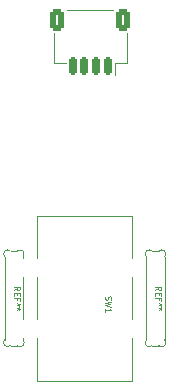
<source format=gbr>
%TF.GenerationSoftware,KiCad,Pcbnew,8.0.2*%
%TF.CreationDate,2024-10-24T00:18:05+02:00*%
%TF.ProjectId,leverBox,6c657665-7242-46f7-982e-6b696361645f,rev?*%
%TF.SameCoordinates,Original*%
%TF.FileFunction,Legend,Top*%
%TF.FilePolarity,Positive*%
%FSLAX46Y46*%
G04 Gerber Fmt 4.6, Leading zero omitted, Abs format (unit mm)*
G04 Created by KiCad (PCBNEW 8.0.2) date 2024-10-24 00:18:05*
%MOMM*%
%LPD*%
G01*
G04 APERTURE LIST*
G04 Aperture macros list*
%AMRoundRect*
0 Rectangle with rounded corners*
0 $1 Rounding radius*
0 $2 $3 $4 $5 $6 $7 $8 $9 X,Y pos of 4 corners*
0 Add a 4 corners polygon primitive as box body*
4,1,4,$2,$3,$4,$5,$6,$7,$8,$9,$2,$3,0*
0 Add four circle primitives for the rounded corners*
1,1,$1+$1,$2,$3*
1,1,$1+$1,$4,$5*
1,1,$1+$1,$6,$7*
1,1,$1+$1,$8,$9*
0 Add four rect primitives between the rounded corners*
20,1,$1+$1,$2,$3,$4,$5,0*
20,1,$1+$1,$4,$5,$6,$7,0*
20,1,$1+$1,$6,$7,$8,$9,0*
20,1,$1+$1,$8,$9,$2,$3,0*%
G04 Aperture macros list end*
%ADD10C,0.075000*%
%ADD11C,0.100000*%
%ADD12C,0.120000*%
%ADD13R,1.500000X1.500000*%
%ADD14RoundRect,0.150000X0.150000X0.625000X-0.150000X0.625000X-0.150000X-0.625000X0.150000X-0.625000X0*%
%ADD15RoundRect,0.250000X0.350000X0.650000X-0.350000X0.650000X-0.350000X-0.650000X0.350000X-0.650000X0*%
%ADD16C,3.200000*%
%ADD17O,1.300000X2.000000*%
G04 APERTURE END LIST*
D10*
X100021490Y-150043333D02*
X100259585Y-149876667D01*
X100021490Y-149757619D02*
X100521490Y-149757619D01*
X100521490Y-149757619D02*
X100521490Y-149948095D01*
X100521490Y-149948095D02*
X100497680Y-149995714D01*
X100497680Y-149995714D02*
X100473871Y-150019524D01*
X100473871Y-150019524D02*
X100426252Y-150043333D01*
X100426252Y-150043333D02*
X100354823Y-150043333D01*
X100354823Y-150043333D02*
X100307204Y-150019524D01*
X100307204Y-150019524D02*
X100283395Y-149995714D01*
X100283395Y-149995714D02*
X100259585Y-149948095D01*
X100259585Y-149948095D02*
X100259585Y-149757619D01*
X100283395Y-150257619D02*
X100283395Y-150424286D01*
X100021490Y-150495714D02*
X100021490Y-150257619D01*
X100021490Y-150257619D02*
X100521490Y-150257619D01*
X100521490Y-150257619D02*
X100521490Y-150495714D01*
X100283395Y-150876667D02*
X100283395Y-150710000D01*
X100021490Y-150710000D02*
X100521490Y-150710000D01*
X100521490Y-150710000D02*
X100521490Y-150948095D01*
X100521490Y-151210000D02*
X100402442Y-151210000D01*
X100450061Y-151090952D02*
X100402442Y-151210000D01*
X100402442Y-151210000D02*
X100450061Y-151329047D01*
X100307204Y-151138571D02*
X100402442Y-151210000D01*
X100402442Y-151210000D02*
X100307204Y-151281428D01*
X100521490Y-151590952D02*
X100402442Y-151590952D01*
X100450061Y-151471904D02*
X100402442Y-151590952D01*
X100402442Y-151590952D02*
X100450061Y-151709999D01*
X100307204Y-151519523D02*
X100402442Y-151590952D01*
X100402442Y-151590952D02*
X100307204Y-151662380D01*
X107796400Y-150543334D02*
X107772590Y-150614762D01*
X107772590Y-150614762D02*
X107772590Y-150733810D01*
X107772590Y-150733810D02*
X107796400Y-150781429D01*
X107796400Y-150781429D02*
X107820209Y-150805238D01*
X107820209Y-150805238D02*
X107867828Y-150829048D01*
X107867828Y-150829048D02*
X107915447Y-150829048D01*
X107915447Y-150829048D02*
X107963066Y-150805238D01*
X107963066Y-150805238D02*
X107986876Y-150781429D01*
X107986876Y-150781429D02*
X108010685Y-150733810D01*
X108010685Y-150733810D02*
X108034495Y-150638572D01*
X108034495Y-150638572D02*
X108058304Y-150590953D01*
X108058304Y-150590953D02*
X108082114Y-150567143D01*
X108082114Y-150567143D02*
X108129733Y-150543334D01*
X108129733Y-150543334D02*
X108177352Y-150543334D01*
X108177352Y-150543334D02*
X108224971Y-150567143D01*
X108224971Y-150567143D02*
X108248780Y-150590953D01*
X108248780Y-150590953D02*
X108272590Y-150638572D01*
X108272590Y-150638572D02*
X108272590Y-150757619D01*
X108272590Y-150757619D02*
X108248780Y-150829048D01*
X108272590Y-150995714D02*
X107772590Y-151114762D01*
X107772590Y-151114762D02*
X108129733Y-151210000D01*
X108129733Y-151210000D02*
X107772590Y-151305238D01*
X107772590Y-151305238D02*
X108272590Y-151424286D01*
X107772590Y-151876667D02*
X107772590Y-151590953D01*
X107772590Y-151733810D02*
X108272590Y-151733810D01*
X108272590Y-151733810D02*
X108201161Y-151686191D01*
X108201161Y-151686191D02*
X108153542Y-151638572D01*
X108153542Y-151638572D02*
X108129733Y-151590953D01*
X112021490Y-150043333D02*
X112259585Y-149876667D01*
X112021490Y-149757619D02*
X112521490Y-149757619D01*
X112521490Y-149757619D02*
X112521490Y-149948095D01*
X112521490Y-149948095D02*
X112497680Y-149995714D01*
X112497680Y-149995714D02*
X112473871Y-150019524D01*
X112473871Y-150019524D02*
X112426252Y-150043333D01*
X112426252Y-150043333D02*
X112354823Y-150043333D01*
X112354823Y-150043333D02*
X112307204Y-150019524D01*
X112307204Y-150019524D02*
X112283395Y-149995714D01*
X112283395Y-149995714D02*
X112259585Y-149948095D01*
X112259585Y-149948095D02*
X112259585Y-149757619D01*
X112283395Y-150257619D02*
X112283395Y-150424286D01*
X112021490Y-150495714D02*
X112021490Y-150257619D01*
X112021490Y-150257619D02*
X112521490Y-150257619D01*
X112521490Y-150257619D02*
X112521490Y-150495714D01*
X112283395Y-150876667D02*
X112283395Y-150710000D01*
X112021490Y-150710000D02*
X112521490Y-150710000D01*
X112521490Y-150710000D02*
X112521490Y-150948095D01*
X112521490Y-151210000D02*
X112402442Y-151210000D01*
X112450061Y-151090952D02*
X112402442Y-151210000D01*
X112402442Y-151210000D02*
X112450061Y-151329047D01*
X112307204Y-151138571D02*
X112402442Y-151210000D01*
X112402442Y-151210000D02*
X112307204Y-151281428D01*
X112521490Y-151590952D02*
X112402442Y-151590952D01*
X112450061Y-151471904D02*
X112402442Y-151590952D01*
X112402442Y-151590952D02*
X112450061Y-151709999D01*
X112307204Y-151519523D02*
X112402442Y-151590952D01*
X112402442Y-151590952D02*
X112307204Y-151662380D01*
D11*
%TO.C,REF\u002A\u002A*%
X99248901Y-147210000D02*
X99248900Y-154210000D01*
X99748901Y-146709999D02*
X100298901Y-146710000D01*
X99748901Y-154710000D02*
X100298901Y-154710001D01*
X100798901Y-154210000D02*
X100798902Y-147210000D01*
X99248900Y-154710000D02*
G75*
G02*
X99248900Y-154210000I250001J250000D01*
G01*
X99248901Y-146709999D02*
G75*
G02*
X99748901Y-146709999I250000J-250001D01*
G01*
X99248901Y-147210000D02*
G75*
G02*
X99248901Y-146710000I250001J250000D01*
G01*
X99748901Y-154710000D02*
G75*
G02*
X99248900Y-154710001I-250001J250000D01*
G01*
X100298901Y-146710000D02*
G75*
G02*
X100798901Y-146710000I250000J-250001D01*
G01*
X100798901Y-154219999D02*
G75*
G02*
X100798901Y-154719999I-250001J-250000D01*
G01*
X100798901Y-154720000D02*
G75*
G02*
X100298900Y-154720001I-250001J250000D01*
G01*
X100798902Y-146710000D02*
G75*
G02*
X100798902Y-147210000I-250001J-250000D01*
G01*
D12*
%TO.C,J101*%
X103390000Y-128285000D02*
X103390000Y-130785000D01*
X103390000Y-130785000D02*
X104440000Y-130785000D01*
X108440000Y-126315000D02*
X104560000Y-126315000D01*
X108560000Y-130785000D02*
X108560000Y-131775000D01*
X109610000Y-128285000D02*
X109610000Y-130785000D01*
X109610000Y-130785000D02*
X108560000Y-130785000D01*
%TO.C,SW1*%
X110000000Y-157710000D02*
X110000000Y-143710000D01*
X110000000Y-143710000D02*
X102000000Y-143710000D01*
X102000000Y-157710000D02*
X110000000Y-157710000D01*
X102000000Y-150710000D02*
X102000000Y-157710000D01*
X102000000Y-143710000D02*
X102000000Y-150710000D01*
D11*
%TO.C,REF\u002A\u002A*%
X111248901Y-147210000D02*
X111248900Y-154210000D01*
X111748901Y-146709999D02*
X112298901Y-146710000D01*
X111748901Y-154710000D02*
X112298901Y-154710001D01*
X112798901Y-154210000D02*
X112798902Y-147210000D01*
X111248900Y-154710000D02*
G75*
G02*
X111248900Y-154210000I250001J250000D01*
G01*
X111248901Y-146709999D02*
G75*
G02*
X111748901Y-146709999I250000J-250001D01*
G01*
X111248901Y-147210000D02*
G75*
G02*
X111248901Y-146710000I250001J250000D01*
G01*
X111748901Y-154710000D02*
G75*
G02*
X111248900Y-154710001I-250001J250000D01*
G01*
X112298901Y-146710000D02*
G75*
G02*
X112798901Y-146710000I250000J-250001D01*
G01*
X112798901Y-154219999D02*
G75*
G02*
X112798901Y-154719999I-250001J-250000D01*
G01*
X112798901Y-154720000D02*
G75*
G02*
X112298900Y-154720001I-250001J250000D01*
G01*
X112798902Y-146710000D02*
G75*
G02*
X112798902Y-147210000I-250001J-250000D01*
G01*
%TD*%
%LPC*%
D13*
%TO.C,REF\u002A\u002A*%
X110475000Y-148117000D03*
%TD*%
%TO.C,REF\u002A\u002A*%
X110475000Y-153324000D03*
%TD*%
D14*
%TO.C,J101*%
X108000000Y-131000000D03*
X107000000Y-131000000D03*
X106000000Y-131000000D03*
X105000000Y-131000000D03*
D15*
X109300000Y-127125000D03*
X103700000Y-127125000D03*
%TD*%
D13*
%TO.C,REF\u002A\u002A*%
X101593000Y-153324000D03*
%TD*%
%TO.C,REF\u002A\u002A*%
X101593000Y-148117000D03*
%TD*%
D16*
%TO.C,REF\u002A\u002A*%
X106000000Y-139065000D03*
%TD*%
D17*
%TO.C,SW1*%
X104500000Y-154210000D03*
X104500000Y-150710000D03*
X104500000Y-147210000D03*
%TD*%
%LPD*%
M02*

</source>
